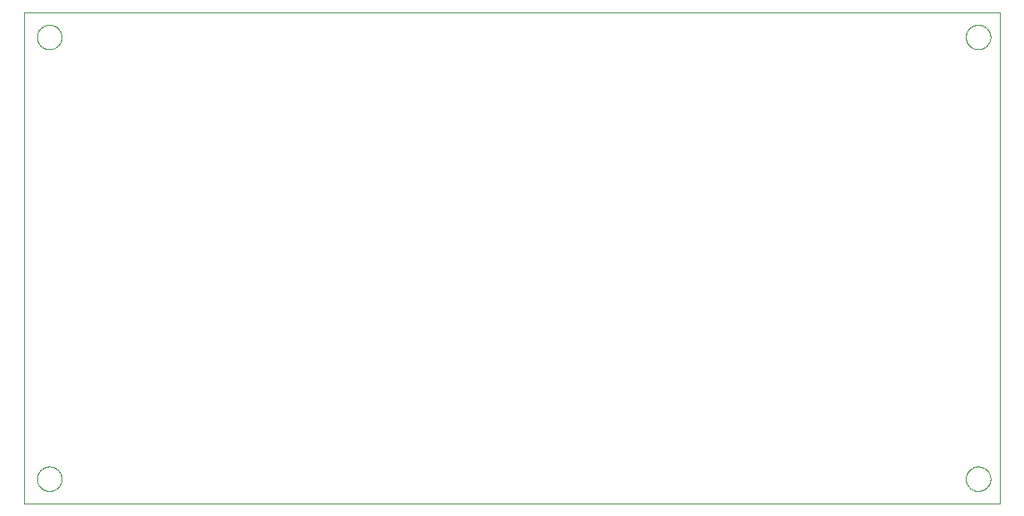
<source format=gtp>
G75*
%MOIN*%
%OFA0B0*%
%FSLAX25Y25*%
%IPPOS*%
%LPD*%
%AMOC8*
5,1,8,0,0,1.08239X$1,22.5*
%
%ADD10C,0.00000*%
D10*
X0001000Y0001500D02*
X0001000Y0198961D01*
X0392201Y0198961D01*
X0392201Y0001500D01*
X0001000Y0001500D01*
X0006079Y0011500D02*
X0006081Y0011640D01*
X0006087Y0011780D01*
X0006097Y0011919D01*
X0006111Y0012058D01*
X0006129Y0012197D01*
X0006150Y0012335D01*
X0006176Y0012473D01*
X0006206Y0012610D01*
X0006239Y0012745D01*
X0006277Y0012880D01*
X0006318Y0013014D01*
X0006363Y0013147D01*
X0006411Y0013278D01*
X0006464Y0013407D01*
X0006520Y0013536D01*
X0006579Y0013662D01*
X0006643Y0013787D01*
X0006709Y0013910D01*
X0006780Y0014031D01*
X0006853Y0014150D01*
X0006930Y0014267D01*
X0007011Y0014381D01*
X0007094Y0014493D01*
X0007181Y0014603D01*
X0007271Y0014711D01*
X0007363Y0014815D01*
X0007459Y0014917D01*
X0007558Y0015017D01*
X0007659Y0015113D01*
X0007763Y0015207D01*
X0007870Y0015297D01*
X0007979Y0015384D01*
X0008091Y0015469D01*
X0008205Y0015550D01*
X0008321Y0015628D01*
X0008439Y0015702D01*
X0008560Y0015773D01*
X0008682Y0015841D01*
X0008807Y0015905D01*
X0008933Y0015966D01*
X0009060Y0016023D01*
X0009190Y0016076D01*
X0009321Y0016126D01*
X0009453Y0016171D01*
X0009586Y0016214D01*
X0009721Y0016252D01*
X0009856Y0016286D01*
X0009993Y0016317D01*
X0010130Y0016344D01*
X0010268Y0016366D01*
X0010407Y0016385D01*
X0010546Y0016400D01*
X0010685Y0016411D01*
X0010825Y0016418D01*
X0010965Y0016421D01*
X0011105Y0016420D01*
X0011245Y0016415D01*
X0011384Y0016406D01*
X0011524Y0016393D01*
X0011663Y0016376D01*
X0011801Y0016355D01*
X0011939Y0016331D01*
X0012076Y0016302D01*
X0012212Y0016270D01*
X0012347Y0016233D01*
X0012481Y0016193D01*
X0012614Y0016149D01*
X0012745Y0016101D01*
X0012875Y0016050D01*
X0013004Y0015995D01*
X0013131Y0015936D01*
X0013256Y0015873D01*
X0013379Y0015808D01*
X0013501Y0015738D01*
X0013620Y0015665D01*
X0013738Y0015589D01*
X0013853Y0015510D01*
X0013966Y0015427D01*
X0014076Y0015341D01*
X0014184Y0015252D01*
X0014289Y0015160D01*
X0014392Y0015065D01*
X0014492Y0014967D01*
X0014589Y0014867D01*
X0014683Y0014763D01*
X0014775Y0014657D01*
X0014863Y0014549D01*
X0014948Y0014438D01*
X0015030Y0014324D01*
X0015109Y0014208D01*
X0015184Y0014091D01*
X0015256Y0013971D01*
X0015324Y0013849D01*
X0015389Y0013725D01*
X0015451Y0013599D01*
X0015509Y0013472D01*
X0015563Y0013343D01*
X0015614Y0013212D01*
X0015660Y0013080D01*
X0015703Y0012947D01*
X0015743Y0012813D01*
X0015778Y0012678D01*
X0015810Y0012541D01*
X0015837Y0012404D01*
X0015861Y0012266D01*
X0015881Y0012128D01*
X0015897Y0011989D01*
X0015909Y0011849D01*
X0015917Y0011710D01*
X0015921Y0011570D01*
X0015921Y0011430D01*
X0015917Y0011290D01*
X0015909Y0011151D01*
X0015897Y0011011D01*
X0015881Y0010872D01*
X0015861Y0010734D01*
X0015837Y0010596D01*
X0015810Y0010459D01*
X0015778Y0010322D01*
X0015743Y0010187D01*
X0015703Y0010053D01*
X0015660Y0009920D01*
X0015614Y0009788D01*
X0015563Y0009657D01*
X0015509Y0009528D01*
X0015451Y0009401D01*
X0015389Y0009275D01*
X0015324Y0009151D01*
X0015256Y0009029D01*
X0015184Y0008909D01*
X0015109Y0008792D01*
X0015030Y0008676D01*
X0014948Y0008562D01*
X0014863Y0008451D01*
X0014775Y0008343D01*
X0014683Y0008237D01*
X0014589Y0008133D01*
X0014492Y0008033D01*
X0014392Y0007935D01*
X0014289Y0007840D01*
X0014184Y0007748D01*
X0014076Y0007659D01*
X0013966Y0007573D01*
X0013853Y0007490D01*
X0013738Y0007411D01*
X0013620Y0007335D01*
X0013501Y0007262D01*
X0013379Y0007192D01*
X0013256Y0007127D01*
X0013131Y0007064D01*
X0013004Y0007005D01*
X0012875Y0006950D01*
X0012745Y0006899D01*
X0012614Y0006851D01*
X0012481Y0006807D01*
X0012347Y0006767D01*
X0012212Y0006730D01*
X0012076Y0006698D01*
X0011939Y0006669D01*
X0011801Y0006645D01*
X0011663Y0006624D01*
X0011524Y0006607D01*
X0011384Y0006594D01*
X0011245Y0006585D01*
X0011105Y0006580D01*
X0010965Y0006579D01*
X0010825Y0006582D01*
X0010685Y0006589D01*
X0010546Y0006600D01*
X0010407Y0006615D01*
X0010268Y0006634D01*
X0010130Y0006656D01*
X0009993Y0006683D01*
X0009856Y0006714D01*
X0009721Y0006748D01*
X0009586Y0006786D01*
X0009453Y0006829D01*
X0009321Y0006874D01*
X0009190Y0006924D01*
X0009060Y0006977D01*
X0008933Y0007034D01*
X0008807Y0007095D01*
X0008682Y0007159D01*
X0008560Y0007227D01*
X0008439Y0007298D01*
X0008321Y0007372D01*
X0008205Y0007450D01*
X0008091Y0007531D01*
X0007979Y0007616D01*
X0007870Y0007703D01*
X0007763Y0007793D01*
X0007659Y0007887D01*
X0007558Y0007983D01*
X0007459Y0008083D01*
X0007363Y0008185D01*
X0007271Y0008289D01*
X0007181Y0008397D01*
X0007094Y0008507D01*
X0007011Y0008619D01*
X0006930Y0008733D01*
X0006853Y0008850D01*
X0006780Y0008969D01*
X0006709Y0009090D01*
X0006643Y0009213D01*
X0006579Y0009338D01*
X0006520Y0009464D01*
X0006464Y0009593D01*
X0006411Y0009722D01*
X0006363Y0009853D01*
X0006318Y0009986D01*
X0006277Y0010120D01*
X0006239Y0010255D01*
X0006206Y0010390D01*
X0006176Y0010527D01*
X0006150Y0010665D01*
X0006129Y0010803D01*
X0006111Y0010942D01*
X0006097Y0011081D01*
X0006087Y0011220D01*
X0006081Y0011360D01*
X0006079Y0011500D01*
X0006079Y0189000D02*
X0006081Y0189140D01*
X0006087Y0189280D01*
X0006097Y0189419D01*
X0006111Y0189558D01*
X0006129Y0189697D01*
X0006150Y0189835D01*
X0006176Y0189973D01*
X0006206Y0190110D01*
X0006239Y0190245D01*
X0006277Y0190380D01*
X0006318Y0190514D01*
X0006363Y0190647D01*
X0006411Y0190778D01*
X0006464Y0190907D01*
X0006520Y0191036D01*
X0006579Y0191162D01*
X0006643Y0191287D01*
X0006709Y0191410D01*
X0006780Y0191531D01*
X0006853Y0191650D01*
X0006930Y0191767D01*
X0007011Y0191881D01*
X0007094Y0191993D01*
X0007181Y0192103D01*
X0007271Y0192211D01*
X0007363Y0192315D01*
X0007459Y0192417D01*
X0007558Y0192517D01*
X0007659Y0192613D01*
X0007763Y0192707D01*
X0007870Y0192797D01*
X0007979Y0192884D01*
X0008091Y0192969D01*
X0008205Y0193050D01*
X0008321Y0193128D01*
X0008439Y0193202D01*
X0008560Y0193273D01*
X0008682Y0193341D01*
X0008807Y0193405D01*
X0008933Y0193466D01*
X0009060Y0193523D01*
X0009190Y0193576D01*
X0009321Y0193626D01*
X0009453Y0193671D01*
X0009586Y0193714D01*
X0009721Y0193752D01*
X0009856Y0193786D01*
X0009993Y0193817D01*
X0010130Y0193844D01*
X0010268Y0193866D01*
X0010407Y0193885D01*
X0010546Y0193900D01*
X0010685Y0193911D01*
X0010825Y0193918D01*
X0010965Y0193921D01*
X0011105Y0193920D01*
X0011245Y0193915D01*
X0011384Y0193906D01*
X0011524Y0193893D01*
X0011663Y0193876D01*
X0011801Y0193855D01*
X0011939Y0193831D01*
X0012076Y0193802D01*
X0012212Y0193770D01*
X0012347Y0193733D01*
X0012481Y0193693D01*
X0012614Y0193649D01*
X0012745Y0193601D01*
X0012875Y0193550D01*
X0013004Y0193495D01*
X0013131Y0193436D01*
X0013256Y0193373D01*
X0013379Y0193308D01*
X0013501Y0193238D01*
X0013620Y0193165D01*
X0013738Y0193089D01*
X0013853Y0193010D01*
X0013966Y0192927D01*
X0014076Y0192841D01*
X0014184Y0192752D01*
X0014289Y0192660D01*
X0014392Y0192565D01*
X0014492Y0192467D01*
X0014589Y0192367D01*
X0014683Y0192263D01*
X0014775Y0192157D01*
X0014863Y0192049D01*
X0014948Y0191938D01*
X0015030Y0191824D01*
X0015109Y0191708D01*
X0015184Y0191591D01*
X0015256Y0191471D01*
X0015324Y0191349D01*
X0015389Y0191225D01*
X0015451Y0191099D01*
X0015509Y0190972D01*
X0015563Y0190843D01*
X0015614Y0190712D01*
X0015660Y0190580D01*
X0015703Y0190447D01*
X0015743Y0190313D01*
X0015778Y0190178D01*
X0015810Y0190041D01*
X0015837Y0189904D01*
X0015861Y0189766D01*
X0015881Y0189628D01*
X0015897Y0189489D01*
X0015909Y0189349D01*
X0015917Y0189210D01*
X0015921Y0189070D01*
X0015921Y0188930D01*
X0015917Y0188790D01*
X0015909Y0188651D01*
X0015897Y0188511D01*
X0015881Y0188372D01*
X0015861Y0188234D01*
X0015837Y0188096D01*
X0015810Y0187959D01*
X0015778Y0187822D01*
X0015743Y0187687D01*
X0015703Y0187553D01*
X0015660Y0187420D01*
X0015614Y0187288D01*
X0015563Y0187157D01*
X0015509Y0187028D01*
X0015451Y0186901D01*
X0015389Y0186775D01*
X0015324Y0186651D01*
X0015256Y0186529D01*
X0015184Y0186409D01*
X0015109Y0186292D01*
X0015030Y0186176D01*
X0014948Y0186062D01*
X0014863Y0185951D01*
X0014775Y0185843D01*
X0014683Y0185737D01*
X0014589Y0185633D01*
X0014492Y0185533D01*
X0014392Y0185435D01*
X0014289Y0185340D01*
X0014184Y0185248D01*
X0014076Y0185159D01*
X0013966Y0185073D01*
X0013853Y0184990D01*
X0013738Y0184911D01*
X0013620Y0184835D01*
X0013501Y0184762D01*
X0013379Y0184692D01*
X0013256Y0184627D01*
X0013131Y0184564D01*
X0013004Y0184505D01*
X0012875Y0184450D01*
X0012745Y0184399D01*
X0012614Y0184351D01*
X0012481Y0184307D01*
X0012347Y0184267D01*
X0012212Y0184230D01*
X0012076Y0184198D01*
X0011939Y0184169D01*
X0011801Y0184145D01*
X0011663Y0184124D01*
X0011524Y0184107D01*
X0011384Y0184094D01*
X0011245Y0184085D01*
X0011105Y0184080D01*
X0010965Y0184079D01*
X0010825Y0184082D01*
X0010685Y0184089D01*
X0010546Y0184100D01*
X0010407Y0184115D01*
X0010268Y0184134D01*
X0010130Y0184156D01*
X0009993Y0184183D01*
X0009856Y0184214D01*
X0009721Y0184248D01*
X0009586Y0184286D01*
X0009453Y0184329D01*
X0009321Y0184374D01*
X0009190Y0184424D01*
X0009060Y0184477D01*
X0008933Y0184534D01*
X0008807Y0184595D01*
X0008682Y0184659D01*
X0008560Y0184727D01*
X0008439Y0184798D01*
X0008321Y0184872D01*
X0008205Y0184950D01*
X0008091Y0185031D01*
X0007979Y0185116D01*
X0007870Y0185203D01*
X0007763Y0185293D01*
X0007659Y0185387D01*
X0007558Y0185483D01*
X0007459Y0185583D01*
X0007363Y0185685D01*
X0007271Y0185789D01*
X0007181Y0185897D01*
X0007094Y0186007D01*
X0007011Y0186119D01*
X0006930Y0186233D01*
X0006853Y0186350D01*
X0006780Y0186469D01*
X0006709Y0186590D01*
X0006643Y0186713D01*
X0006579Y0186838D01*
X0006520Y0186964D01*
X0006464Y0187093D01*
X0006411Y0187222D01*
X0006363Y0187353D01*
X0006318Y0187486D01*
X0006277Y0187620D01*
X0006239Y0187755D01*
X0006206Y0187890D01*
X0006176Y0188027D01*
X0006150Y0188165D01*
X0006129Y0188303D01*
X0006111Y0188442D01*
X0006097Y0188581D01*
X0006087Y0188720D01*
X0006081Y0188860D01*
X0006079Y0189000D01*
X0378579Y0189000D02*
X0378581Y0189140D01*
X0378587Y0189280D01*
X0378597Y0189419D01*
X0378611Y0189558D01*
X0378629Y0189697D01*
X0378650Y0189835D01*
X0378676Y0189973D01*
X0378706Y0190110D01*
X0378739Y0190245D01*
X0378777Y0190380D01*
X0378818Y0190514D01*
X0378863Y0190647D01*
X0378911Y0190778D01*
X0378964Y0190907D01*
X0379020Y0191036D01*
X0379079Y0191162D01*
X0379143Y0191287D01*
X0379209Y0191410D01*
X0379280Y0191531D01*
X0379353Y0191650D01*
X0379430Y0191767D01*
X0379511Y0191881D01*
X0379594Y0191993D01*
X0379681Y0192103D01*
X0379771Y0192211D01*
X0379863Y0192315D01*
X0379959Y0192417D01*
X0380058Y0192517D01*
X0380159Y0192613D01*
X0380263Y0192707D01*
X0380370Y0192797D01*
X0380479Y0192884D01*
X0380591Y0192969D01*
X0380705Y0193050D01*
X0380821Y0193128D01*
X0380939Y0193202D01*
X0381060Y0193273D01*
X0381182Y0193341D01*
X0381307Y0193405D01*
X0381433Y0193466D01*
X0381560Y0193523D01*
X0381690Y0193576D01*
X0381821Y0193626D01*
X0381953Y0193671D01*
X0382086Y0193714D01*
X0382221Y0193752D01*
X0382356Y0193786D01*
X0382493Y0193817D01*
X0382630Y0193844D01*
X0382768Y0193866D01*
X0382907Y0193885D01*
X0383046Y0193900D01*
X0383185Y0193911D01*
X0383325Y0193918D01*
X0383465Y0193921D01*
X0383605Y0193920D01*
X0383745Y0193915D01*
X0383884Y0193906D01*
X0384024Y0193893D01*
X0384163Y0193876D01*
X0384301Y0193855D01*
X0384439Y0193831D01*
X0384576Y0193802D01*
X0384712Y0193770D01*
X0384847Y0193733D01*
X0384981Y0193693D01*
X0385114Y0193649D01*
X0385245Y0193601D01*
X0385375Y0193550D01*
X0385504Y0193495D01*
X0385631Y0193436D01*
X0385756Y0193373D01*
X0385879Y0193308D01*
X0386001Y0193238D01*
X0386120Y0193165D01*
X0386238Y0193089D01*
X0386353Y0193010D01*
X0386466Y0192927D01*
X0386576Y0192841D01*
X0386684Y0192752D01*
X0386789Y0192660D01*
X0386892Y0192565D01*
X0386992Y0192467D01*
X0387089Y0192367D01*
X0387183Y0192263D01*
X0387275Y0192157D01*
X0387363Y0192049D01*
X0387448Y0191938D01*
X0387530Y0191824D01*
X0387609Y0191708D01*
X0387684Y0191591D01*
X0387756Y0191471D01*
X0387824Y0191349D01*
X0387889Y0191225D01*
X0387951Y0191099D01*
X0388009Y0190972D01*
X0388063Y0190843D01*
X0388114Y0190712D01*
X0388160Y0190580D01*
X0388203Y0190447D01*
X0388243Y0190313D01*
X0388278Y0190178D01*
X0388310Y0190041D01*
X0388337Y0189904D01*
X0388361Y0189766D01*
X0388381Y0189628D01*
X0388397Y0189489D01*
X0388409Y0189349D01*
X0388417Y0189210D01*
X0388421Y0189070D01*
X0388421Y0188930D01*
X0388417Y0188790D01*
X0388409Y0188651D01*
X0388397Y0188511D01*
X0388381Y0188372D01*
X0388361Y0188234D01*
X0388337Y0188096D01*
X0388310Y0187959D01*
X0388278Y0187822D01*
X0388243Y0187687D01*
X0388203Y0187553D01*
X0388160Y0187420D01*
X0388114Y0187288D01*
X0388063Y0187157D01*
X0388009Y0187028D01*
X0387951Y0186901D01*
X0387889Y0186775D01*
X0387824Y0186651D01*
X0387756Y0186529D01*
X0387684Y0186409D01*
X0387609Y0186292D01*
X0387530Y0186176D01*
X0387448Y0186062D01*
X0387363Y0185951D01*
X0387275Y0185843D01*
X0387183Y0185737D01*
X0387089Y0185633D01*
X0386992Y0185533D01*
X0386892Y0185435D01*
X0386789Y0185340D01*
X0386684Y0185248D01*
X0386576Y0185159D01*
X0386466Y0185073D01*
X0386353Y0184990D01*
X0386238Y0184911D01*
X0386120Y0184835D01*
X0386001Y0184762D01*
X0385879Y0184692D01*
X0385756Y0184627D01*
X0385631Y0184564D01*
X0385504Y0184505D01*
X0385375Y0184450D01*
X0385245Y0184399D01*
X0385114Y0184351D01*
X0384981Y0184307D01*
X0384847Y0184267D01*
X0384712Y0184230D01*
X0384576Y0184198D01*
X0384439Y0184169D01*
X0384301Y0184145D01*
X0384163Y0184124D01*
X0384024Y0184107D01*
X0383884Y0184094D01*
X0383745Y0184085D01*
X0383605Y0184080D01*
X0383465Y0184079D01*
X0383325Y0184082D01*
X0383185Y0184089D01*
X0383046Y0184100D01*
X0382907Y0184115D01*
X0382768Y0184134D01*
X0382630Y0184156D01*
X0382493Y0184183D01*
X0382356Y0184214D01*
X0382221Y0184248D01*
X0382086Y0184286D01*
X0381953Y0184329D01*
X0381821Y0184374D01*
X0381690Y0184424D01*
X0381560Y0184477D01*
X0381433Y0184534D01*
X0381307Y0184595D01*
X0381182Y0184659D01*
X0381060Y0184727D01*
X0380939Y0184798D01*
X0380821Y0184872D01*
X0380705Y0184950D01*
X0380591Y0185031D01*
X0380479Y0185116D01*
X0380370Y0185203D01*
X0380263Y0185293D01*
X0380159Y0185387D01*
X0380058Y0185483D01*
X0379959Y0185583D01*
X0379863Y0185685D01*
X0379771Y0185789D01*
X0379681Y0185897D01*
X0379594Y0186007D01*
X0379511Y0186119D01*
X0379430Y0186233D01*
X0379353Y0186350D01*
X0379280Y0186469D01*
X0379209Y0186590D01*
X0379143Y0186713D01*
X0379079Y0186838D01*
X0379020Y0186964D01*
X0378964Y0187093D01*
X0378911Y0187222D01*
X0378863Y0187353D01*
X0378818Y0187486D01*
X0378777Y0187620D01*
X0378739Y0187755D01*
X0378706Y0187890D01*
X0378676Y0188027D01*
X0378650Y0188165D01*
X0378629Y0188303D01*
X0378611Y0188442D01*
X0378597Y0188581D01*
X0378587Y0188720D01*
X0378581Y0188860D01*
X0378579Y0189000D01*
X0378579Y0011500D02*
X0378581Y0011640D01*
X0378587Y0011780D01*
X0378597Y0011919D01*
X0378611Y0012058D01*
X0378629Y0012197D01*
X0378650Y0012335D01*
X0378676Y0012473D01*
X0378706Y0012610D01*
X0378739Y0012745D01*
X0378777Y0012880D01*
X0378818Y0013014D01*
X0378863Y0013147D01*
X0378911Y0013278D01*
X0378964Y0013407D01*
X0379020Y0013536D01*
X0379079Y0013662D01*
X0379143Y0013787D01*
X0379209Y0013910D01*
X0379280Y0014031D01*
X0379353Y0014150D01*
X0379430Y0014267D01*
X0379511Y0014381D01*
X0379594Y0014493D01*
X0379681Y0014603D01*
X0379771Y0014711D01*
X0379863Y0014815D01*
X0379959Y0014917D01*
X0380058Y0015017D01*
X0380159Y0015113D01*
X0380263Y0015207D01*
X0380370Y0015297D01*
X0380479Y0015384D01*
X0380591Y0015469D01*
X0380705Y0015550D01*
X0380821Y0015628D01*
X0380939Y0015702D01*
X0381060Y0015773D01*
X0381182Y0015841D01*
X0381307Y0015905D01*
X0381433Y0015966D01*
X0381560Y0016023D01*
X0381690Y0016076D01*
X0381821Y0016126D01*
X0381953Y0016171D01*
X0382086Y0016214D01*
X0382221Y0016252D01*
X0382356Y0016286D01*
X0382493Y0016317D01*
X0382630Y0016344D01*
X0382768Y0016366D01*
X0382907Y0016385D01*
X0383046Y0016400D01*
X0383185Y0016411D01*
X0383325Y0016418D01*
X0383465Y0016421D01*
X0383605Y0016420D01*
X0383745Y0016415D01*
X0383884Y0016406D01*
X0384024Y0016393D01*
X0384163Y0016376D01*
X0384301Y0016355D01*
X0384439Y0016331D01*
X0384576Y0016302D01*
X0384712Y0016270D01*
X0384847Y0016233D01*
X0384981Y0016193D01*
X0385114Y0016149D01*
X0385245Y0016101D01*
X0385375Y0016050D01*
X0385504Y0015995D01*
X0385631Y0015936D01*
X0385756Y0015873D01*
X0385879Y0015808D01*
X0386001Y0015738D01*
X0386120Y0015665D01*
X0386238Y0015589D01*
X0386353Y0015510D01*
X0386466Y0015427D01*
X0386576Y0015341D01*
X0386684Y0015252D01*
X0386789Y0015160D01*
X0386892Y0015065D01*
X0386992Y0014967D01*
X0387089Y0014867D01*
X0387183Y0014763D01*
X0387275Y0014657D01*
X0387363Y0014549D01*
X0387448Y0014438D01*
X0387530Y0014324D01*
X0387609Y0014208D01*
X0387684Y0014091D01*
X0387756Y0013971D01*
X0387824Y0013849D01*
X0387889Y0013725D01*
X0387951Y0013599D01*
X0388009Y0013472D01*
X0388063Y0013343D01*
X0388114Y0013212D01*
X0388160Y0013080D01*
X0388203Y0012947D01*
X0388243Y0012813D01*
X0388278Y0012678D01*
X0388310Y0012541D01*
X0388337Y0012404D01*
X0388361Y0012266D01*
X0388381Y0012128D01*
X0388397Y0011989D01*
X0388409Y0011849D01*
X0388417Y0011710D01*
X0388421Y0011570D01*
X0388421Y0011430D01*
X0388417Y0011290D01*
X0388409Y0011151D01*
X0388397Y0011011D01*
X0388381Y0010872D01*
X0388361Y0010734D01*
X0388337Y0010596D01*
X0388310Y0010459D01*
X0388278Y0010322D01*
X0388243Y0010187D01*
X0388203Y0010053D01*
X0388160Y0009920D01*
X0388114Y0009788D01*
X0388063Y0009657D01*
X0388009Y0009528D01*
X0387951Y0009401D01*
X0387889Y0009275D01*
X0387824Y0009151D01*
X0387756Y0009029D01*
X0387684Y0008909D01*
X0387609Y0008792D01*
X0387530Y0008676D01*
X0387448Y0008562D01*
X0387363Y0008451D01*
X0387275Y0008343D01*
X0387183Y0008237D01*
X0387089Y0008133D01*
X0386992Y0008033D01*
X0386892Y0007935D01*
X0386789Y0007840D01*
X0386684Y0007748D01*
X0386576Y0007659D01*
X0386466Y0007573D01*
X0386353Y0007490D01*
X0386238Y0007411D01*
X0386120Y0007335D01*
X0386001Y0007262D01*
X0385879Y0007192D01*
X0385756Y0007127D01*
X0385631Y0007064D01*
X0385504Y0007005D01*
X0385375Y0006950D01*
X0385245Y0006899D01*
X0385114Y0006851D01*
X0384981Y0006807D01*
X0384847Y0006767D01*
X0384712Y0006730D01*
X0384576Y0006698D01*
X0384439Y0006669D01*
X0384301Y0006645D01*
X0384163Y0006624D01*
X0384024Y0006607D01*
X0383884Y0006594D01*
X0383745Y0006585D01*
X0383605Y0006580D01*
X0383465Y0006579D01*
X0383325Y0006582D01*
X0383185Y0006589D01*
X0383046Y0006600D01*
X0382907Y0006615D01*
X0382768Y0006634D01*
X0382630Y0006656D01*
X0382493Y0006683D01*
X0382356Y0006714D01*
X0382221Y0006748D01*
X0382086Y0006786D01*
X0381953Y0006829D01*
X0381821Y0006874D01*
X0381690Y0006924D01*
X0381560Y0006977D01*
X0381433Y0007034D01*
X0381307Y0007095D01*
X0381182Y0007159D01*
X0381060Y0007227D01*
X0380939Y0007298D01*
X0380821Y0007372D01*
X0380705Y0007450D01*
X0380591Y0007531D01*
X0380479Y0007616D01*
X0380370Y0007703D01*
X0380263Y0007793D01*
X0380159Y0007887D01*
X0380058Y0007983D01*
X0379959Y0008083D01*
X0379863Y0008185D01*
X0379771Y0008289D01*
X0379681Y0008397D01*
X0379594Y0008507D01*
X0379511Y0008619D01*
X0379430Y0008733D01*
X0379353Y0008850D01*
X0379280Y0008969D01*
X0379209Y0009090D01*
X0379143Y0009213D01*
X0379079Y0009338D01*
X0379020Y0009464D01*
X0378964Y0009593D01*
X0378911Y0009722D01*
X0378863Y0009853D01*
X0378818Y0009986D01*
X0378777Y0010120D01*
X0378739Y0010255D01*
X0378706Y0010390D01*
X0378676Y0010527D01*
X0378650Y0010665D01*
X0378629Y0010803D01*
X0378611Y0010942D01*
X0378597Y0011081D01*
X0378587Y0011220D01*
X0378581Y0011360D01*
X0378579Y0011500D01*
M02*

</source>
